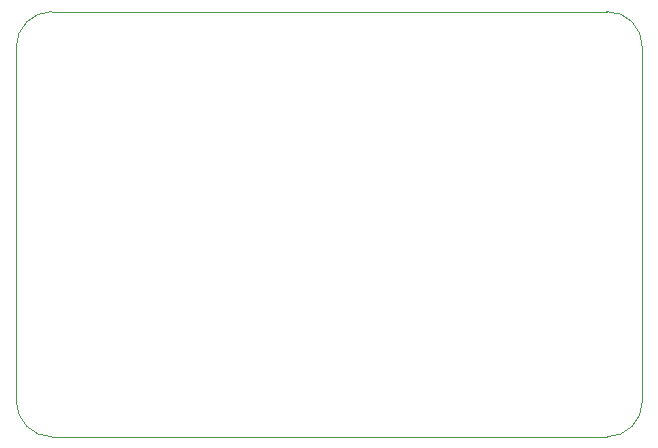
<source format=gbr>
%TF.GenerationSoftware,KiCad,Pcbnew,(6.0.11)*%
%TF.CreationDate,2023-06-03T19:27:43-07:00*%
%TF.ProjectId,stm32_PendCartBoard,73746d33-325f-4506-956e-644361727442,rev?*%
%TF.SameCoordinates,Original*%
%TF.FileFunction,Profile,NP*%
%FSLAX46Y46*%
G04 Gerber Fmt 4.6, Leading zero omitted, Abs format (unit mm)*
G04 Created by KiCad (PCBNEW (6.0.11)) date 2023-06-03 19:27:43*
%MOMM*%
%LPD*%
G01*
G04 APERTURE LIST*
%TA.AperFunction,Profile*%
%ADD10C,0.100000*%
%TD*%
G04 APERTURE END LIST*
D10*
X158500000Y-78000000D02*
G75*
G03*
X161500000Y-75000000I26400J2973600D01*
G01*
X111500000Y-78000000D02*
X158500000Y-78000000D01*
X108500000Y-45000000D02*
X108500000Y-75000000D01*
X158500000Y-42000000D02*
X111500000Y-42000000D01*
X108500000Y-75000000D02*
G75*
G03*
X111500000Y-78000000I3021200J21200D01*
G01*
X111500000Y-42000000D02*
G75*
G03*
X108500000Y-45000000I-600J-2999400D01*
G01*
X161500000Y-75000000D02*
X161500000Y-45000000D01*
X161500000Y-45000000D02*
G75*
G03*
X158500000Y-42000000I-2954600J45400D01*
G01*
M02*

</source>
